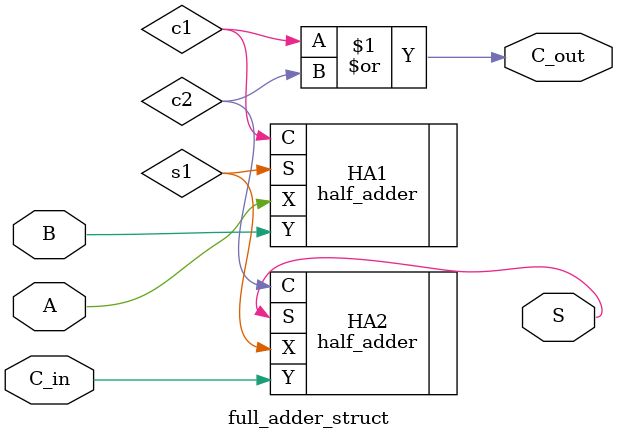
<source format=v>
`timescale 1ns / 1ps
module full_adder(
//IO ports
    input A,
    input B,
    input C_in,
    output S,
    output C_out
    );

//used wires are implicitly declared

//moudle body 
assign S = w1 ^ C_in;
assign C_out = w2 | w3;
assign w1 = A ^ B;
assign w2 = w1 & C_in;
assign w3 = A & B;

endmodule

module FA(
		input A, B, C_in,
		output S, C_out
	);

assign {C_out, S} = A + B + C_in;
endmodule

//Implementation via two half adder instances
module full_adder_struct(
		input A, B, C_in,
		output S, C_out
	);

wire s1,c1,c2;

half_adder HA1(.X(A), .Y(B), .S(s1), .C(c1));
half_adder HA2(.X(s1), .Y(C_in), .S(S), .C(c2));
or G1(C_out, c1,c2);

endmodule
</source>
